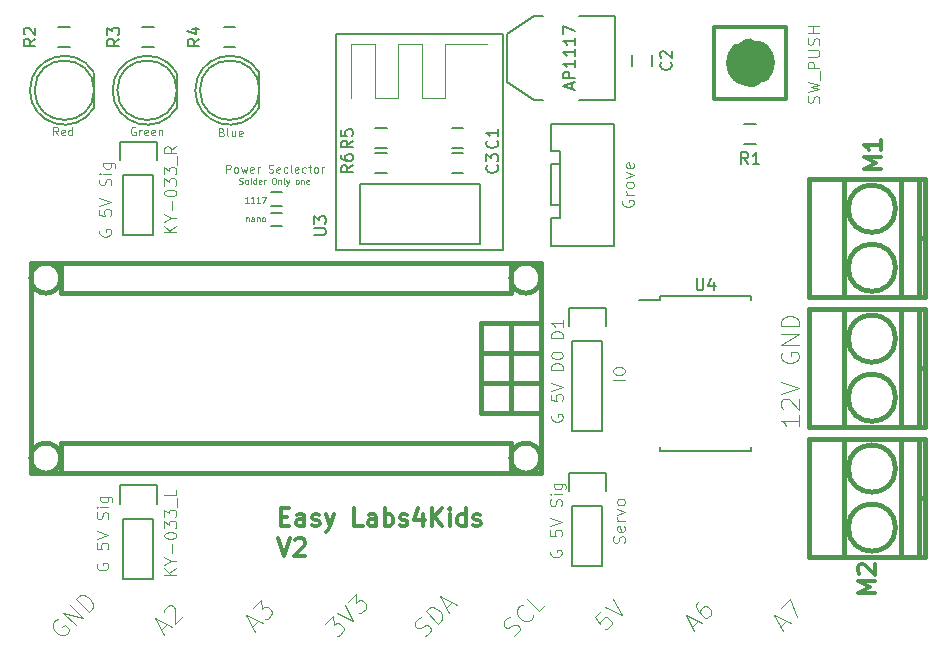
<source format=gto>
G04 #@! TF.FileFunction,Legend,Top*
%FSLAX46Y46*%
G04 Gerber Fmt 4.6, Leading zero omitted, Abs format (unit mm)*
G04 Created by KiCad (PCBNEW 4.0.7) date 09/18/17 08:38:16*
%MOMM*%
%LPD*%
G01*
G04 APERTURE LIST*
%ADD10C,0.100000*%
%ADD11C,0.300000*%
%ADD12C,0.080000*%
%ADD13C,0.381000*%
%ADD14C,0.150000*%
%ADD15C,0.304800*%
%ADD16C,2.540000*%
%ADD17C,0.152400*%
G04 APERTURE END LIST*
D10*
D11*
X130657143Y-103517857D02*
X131157143Y-103517857D01*
X131371429Y-104303571D02*
X130657143Y-104303571D01*
X130657143Y-102803571D01*
X131371429Y-102803571D01*
X132657143Y-104303571D02*
X132657143Y-103517857D01*
X132585714Y-103375000D01*
X132442857Y-103303571D01*
X132157143Y-103303571D01*
X132014286Y-103375000D01*
X132657143Y-104232143D02*
X132514286Y-104303571D01*
X132157143Y-104303571D01*
X132014286Y-104232143D01*
X131942857Y-104089286D01*
X131942857Y-103946429D01*
X132014286Y-103803571D01*
X132157143Y-103732143D01*
X132514286Y-103732143D01*
X132657143Y-103660714D01*
X133300000Y-104232143D02*
X133442857Y-104303571D01*
X133728572Y-104303571D01*
X133871429Y-104232143D01*
X133942857Y-104089286D01*
X133942857Y-104017857D01*
X133871429Y-103875000D01*
X133728572Y-103803571D01*
X133514286Y-103803571D01*
X133371429Y-103732143D01*
X133300000Y-103589286D01*
X133300000Y-103517857D01*
X133371429Y-103375000D01*
X133514286Y-103303571D01*
X133728572Y-103303571D01*
X133871429Y-103375000D01*
X134442858Y-103303571D02*
X134800001Y-104303571D01*
X135157143Y-103303571D02*
X134800001Y-104303571D01*
X134657143Y-104660714D01*
X134585715Y-104732143D01*
X134442858Y-104803571D01*
X137585715Y-104303571D02*
X136871429Y-104303571D01*
X136871429Y-102803571D01*
X138728572Y-104303571D02*
X138728572Y-103517857D01*
X138657143Y-103375000D01*
X138514286Y-103303571D01*
X138228572Y-103303571D01*
X138085715Y-103375000D01*
X138728572Y-104232143D02*
X138585715Y-104303571D01*
X138228572Y-104303571D01*
X138085715Y-104232143D01*
X138014286Y-104089286D01*
X138014286Y-103946429D01*
X138085715Y-103803571D01*
X138228572Y-103732143D01*
X138585715Y-103732143D01*
X138728572Y-103660714D01*
X139442858Y-104303571D02*
X139442858Y-102803571D01*
X139442858Y-103375000D02*
X139585715Y-103303571D01*
X139871429Y-103303571D01*
X140014286Y-103375000D01*
X140085715Y-103446429D01*
X140157144Y-103589286D01*
X140157144Y-104017857D01*
X140085715Y-104160714D01*
X140014286Y-104232143D01*
X139871429Y-104303571D01*
X139585715Y-104303571D01*
X139442858Y-104232143D01*
X140728572Y-104232143D02*
X140871429Y-104303571D01*
X141157144Y-104303571D01*
X141300001Y-104232143D01*
X141371429Y-104089286D01*
X141371429Y-104017857D01*
X141300001Y-103875000D01*
X141157144Y-103803571D01*
X140942858Y-103803571D01*
X140800001Y-103732143D01*
X140728572Y-103589286D01*
X140728572Y-103517857D01*
X140800001Y-103375000D01*
X140942858Y-103303571D01*
X141157144Y-103303571D01*
X141300001Y-103375000D01*
X142657144Y-103303571D02*
X142657144Y-104303571D01*
X142300001Y-102732143D02*
X141942858Y-103803571D01*
X142871430Y-103803571D01*
X143442858Y-104303571D02*
X143442858Y-102803571D01*
X144300001Y-104303571D02*
X143657144Y-103446429D01*
X144300001Y-102803571D02*
X143442858Y-103660714D01*
X144942858Y-104303571D02*
X144942858Y-103303571D01*
X144942858Y-102803571D02*
X144871429Y-102875000D01*
X144942858Y-102946429D01*
X145014286Y-102875000D01*
X144942858Y-102803571D01*
X144942858Y-102946429D01*
X146300001Y-104303571D02*
X146300001Y-102803571D01*
X146300001Y-104232143D02*
X146157144Y-104303571D01*
X145871430Y-104303571D01*
X145728572Y-104232143D01*
X145657144Y-104160714D01*
X145585715Y-104017857D01*
X145585715Y-103589286D01*
X145657144Y-103446429D01*
X145728572Y-103375000D01*
X145871430Y-103303571D01*
X146157144Y-103303571D01*
X146300001Y-103375000D01*
X146942858Y-104232143D02*
X147085715Y-104303571D01*
X147371430Y-104303571D01*
X147514287Y-104232143D01*
X147585715Y-104089286D01*
X147585715Y-104017857D01*
X147514287Y-103875000D01*
X147371430Y-103803571D01*
X147157144Y-103803571D01*
X147014287Y-103732143D01*
X146942858Y-103589286D01*
X146942858Y-103517857D01*
X147014287Y-103375000D01*
X147157144Y-103303571D01*
X147371430Y-103303571D01*
X147514287Y-103375000D01*
X130442857Y-105353571D02*
X130942857Y-106853571D01*
X131442857Y-105353571D01*
X131871428Y-105496429D02*
X131942857Y-105425000D01*
X132085714Y-105353571D01*
X132442857Y-105353571D01*
X132585714Y-105425000D01*
X132657143Y-105496429D01*
X132728571Y-105639286D01*
X132728571Y-105782143D01*
X132657143Y-105996429D01*
X131800000Y-106853571D01*
X132728571Y-106853571D01*
D10*
X174528571Y-94935714D02*
X174528571Y-95792857D01*
X174528571Y-95364285D02*
X173028571Y-95364285D01*
X173242857Y-95507142D01*
X173385714Y-95650000D01*
X173457143Y-95792857D01*
X173171429Y-94364286D02*
X173100000Y-94292857D01*
X173028571Y-94150000D01*
X173028571Y-93792857D01*
X173100000Y-93650000D01*
X173171429Y-93578571D01*
X173314286Y-93507143D01*
X173457143Y-93507143D01*
X173671429Y-93578571D01*
X174528571Y-94435714D01*
X174528571Y-93507143D01*
X173028571Y-93078572D02*
X174528571Y-92578572D01*
X173028571Y-92078572D01*
X173100000Y-89650001D02*
X173028571Y-89792858D01*
X173028571Y-90007144D01*
X173100000Y-90221429D01*
X173242857Y-90364287D01*
X173385714Y-90435715D01*
X173671429Y-90507144D01*
X173885714Y-90507144D01*
X174171429Y-90435715D01*
X174314286Y-90364287D01*
X174457143Y-90221429D01*
X174528571Y-90007144D01*
X174528571Y-89864287D01*
X174457143Y-89650001D01*
X174385714Y-89578572D01*
X173885714Y-89578572D01*
X173885714Y-89864287D01*
X174528571Y-88935715D02*
X173028571Y-88935715D01*
X174528571Y-88078572D01*
X173028571Y-88078572D01*
X174528571Y-87364286D02*
X173028571Y-87364286D01*
X173028571Y-87007143D01*
X173100000Y-86792858D01*
X173242857Y-86650000D01*
X173385714Y-86578572D01*
X173671429Y-86507143D01*
X173885714Y-86507143D01*
X174171429Y-86578572D01*
X174314286Y-86650000D01*
X174457143Y-86792858D01*
X174528571Y-87007143D01*
X174528571Y-87364286D01*
X126020001Y-74396667D02*
X126020001Y-73696667D01*
X126286667Y-73696667D01*
X126353334Y-73730000D01*
X126386667Y-73763333D01*
X126420001Y-73830000D01*
X126420001Y-73930000D01*
X126386667Y-73996667D01*
X126353334Y-74030000D01*
X126286667Y-74063333D01*
X126020001Y-74063333D01*
X126820001Y-74396667D02*
X126753334Y-74363333D01*
X126720001Y-74330000D01*
X126686667Y-74263333D01*
X126686667Y-74063333D01*
X126720001Y-73996667D01*
X126753334Y-73963333D01*
X126820001Y-73930000D01*
X126920001Y-73930000D01*
X126986667Y-73963333D01*
X127020001Y-73996667D01*
X127053334Y-74063333D01*
X127053334Y-74263333D01*
X127020001Y-74330000D01*
X126986667Y-74363333D01*
X126920001Y-74396667D01*
X126820001Y-74396667D01*
X127286667Y-73930000D02*
X127420000Y-74396667D01*
X127553334Y-74063333D01*
X127686667Y-74396667D01*
X127820000Y-73930000D01*
X128353333Y-74363333D02*
X128286667Y-74396667D01*
X128153333Y-74396667D01*
X128086667Y-74363333D01*
X128053333Y-74296667D01*
X128053333Y-74030000D01*
X128086667Y-73963333D01*
X128153333Y-73930000D01*
X128286667Y-73930000D01*
X128353333Y-73963333D01*
X128386667Y-74030000D01*
X128386667Y-74096667D01*
X128053333Y-74163333D01*
X128686667Y-74396667D02*
X128686667Y-73930000D01*
X128686667Y-74063333D02*
X128720000Y-73996667D01*
X128753333Y-73963333D01*
X128820000Y-73930000D01*
X128886667Y-73930000D01*
X129619999Y-74363333D02*
X129719999Y-74396667D01*
X129886666Y-74396667D01*
X129953333Y-74363333D01*
X129986666Y-74330000D01*
X130019999Y-74263333D01*
X130019999Y-74196667D01*
X129986666Y-74130000D01*
X129953333Y-74096667D01*
X129886666Y-74063333D01*
X129753333Y-74030000D01*
X129686666Y-73996667D01*
X129653333Y-73963333D01*
X129619999Y-73896667D01*
X129619999Y-73830000D01*
X129653333Y-73763333D01*
X129686666Y-73730000D01*
X129753333Y-73696667D01*
X129919999Y-73696667D01*
X130019999Y-73730000D01*
X130586666Y-74363333D02*
X130520000Y-74396667D01*
X130386666Y-74396667D01*
X130320000Y-74363333D01*
X130286666Y-74296667D01*
X130286666Y-74030000D01*
X130320000Y-73963333D01*
X130386666Y-73930000D01*
X130520000Y-73930000D01*
X130586666Y-73963333D01*
X130620000Y-74030000D01*
X130620000Y-74096667D01*
X130286666Y-74163333D01*
X131220000Y-74363333D02*
X131153333Y-74396667D01*
X131020000Y-74396667D01*
X130953333Y-74363333D01*
X130920000Y-74330000D01*
X130886666Y-74263333D01*
X130886666Y-74063333D01*
X130920000Y-73996667D01*
X130953333Y-73963333D01*
X131020000Y-73930000D01*
X131153333Y-73930000D01*
X131220000Y-73963333D01*
X131620000Y-74396667D02*
X131553333Y-74363333D01*
X131520000Y-74296667D01*
X131520000Y-73696667D01*
X132153333Y-74363333D02*
X132086667Y-74396667D01*
X131953333Y-74396667D01*
X131886667Y-74363333D01*
X131853333Y-74296667D01*
X131853333Y-74030000D01*
X131886667Y-73963333D01*
X131953333Y-73930000D01*
X132086667Y-73930000D01*
X132153333Y-73963333D01*
X132186667Y-74030000D01*
X132186667Y-74096667D01*
X131853333Y-74163333D01*
X132786667Y-74363333D02*
X132720000Y-74396667D01*
X132586667Y-74396667D01*
X132520000Y-74363333D01*
X132486667Y-74330000D01*
X132453333Y-74263333D01*
X132453333Y-74063333D01*
X132486667Y-73996667D01*
X132520000Y-73963333D01*
X132586667Y-73930000D01*
X132720000Y-73930000D01*
X132786667Y-73963333D01*
X132986667Y-73930000D02*
X133253333Y-73930000D01*
X133086667Y-73696667D02*
X133086667Y-74296667D01*
X133120000Y-74363333D01*
X133186667Y-74396667D01*
X133253333Y-74396667D01*
X133586667Y-74396667D02*
X133520000Y-74363333D01*
X133486667Y-74330000D01*
X133453333Y-74263333D01*
X133453333Y-74063333D01*
X133486667Y-73996667D01*
X133520000Y-73963333D01*
X133586667Y-73930000D01*
X133686667Y-73930000D01*
X133753333Y-73963333D01*
X133786667Y-73996667D01*
X133820000Y-74063333D01*
X133820000Y-74263333D01*
X133786667Y-74330000D01*
X133753333Y-74363333D01*
X133686667Y-74396667D01*
X133586667Y-74396667D01*
X134120000Y-74396667D02*
X134120000Y-73930000D01*
X134120000Y-74063333D02*
X134153333Y-73996667D01*
X134186666Y-73963333D01*
X134253333Y-73930000D01*
X134320000Y-73930000D01*
X150386624Y-113572005D02*
X150588655Y-113470990D01*
X150841193Y-113218451D01*
X150891701Y-113066929D01*
X150891701Y-112965913D01*
X150841193Y-112814391D01*
X150740178Y-112713376D01*
X150588655Y-112662868D01*
X150487640Y-112662868D01*
X150336117Y-112713376D01*
X150083579Y-112864898D01*
X149932056Y-112915407D01*
X149831041Y-112915406D01*
X149679518Y-112864899D01*
X149578503Y-112763883D01*
X149527995Y-112612360D01*
X149527995Y-112511345D01*
X149578503Y-112359821D01*
X149831040Y-112107284D01*
X150033071Y-112006269D01*
X152002868Y-111854746D02*
X152002868Y-111955762D01*
X151901852Y-112157792D01*
X151800837Y-112258807D01*
X151598808Y-112359822D01*
X151396777Y-112359823D01*
X151245254Y-112309315D01*
X150992715Y-112157792D01*
X150841193Y-112006269D01*
X150689670Y-111753731D01*
X150639162Y-111602208D01*
X150639163Y-111400177D01*
X150740177Y-111198147D01*
X150841192Y-111097132D01*
X151043223Y-110996117D01*
X151144239Y-110996117D01*
X153063528Y-110996116D02*
X152558452Y-111501192D01*
X151497792Y-110440532D01*
X142861371Y-113597259D02*
X143063401Y-113496243D01*
X143315939Y-113243705D01*
X143366447Y-113092183D01*
X143366447Y-112991167D01*
X143315939Y-112839644D01*
X143214924Y-112738629D01*
X143063402Y-112688121D01*
X142962386Y-112688121D01*
X142810864Y-112738629D01*
X142558325Y-112890152D01*
X142406802Y-112940660D01*
X142305787Y-112940659D01*
X142154264Y-112890152D01*
X142053249Y-112789137D01*
X142002742Y-112637614D01*
X142002741Y-112536599D01*
X142053249Y-112385075D01*
X142305786Y-112132538D01*
X142507817Y-112031522D01*
X143972538Y-112587106D02*
X142911878Y-111526446D01*
X143164416Y-111273908D01*
X143366447Y-111172893D01*
X143568478Y-111172893D01*
X143720000Y-111223400D01*
X143972539Y-111374924D01*
X144124061Y-111526446D01*
X144275584Y-111778985D01*
X144326092Y-111930507D01*
X144326092Y-112132538D01*
X144225076Y-112334568D01*
X143972538Y-112587106D01*
X144679645Y-111273908D02*
X145184721Y-110768832D01*
X144881675Y-111677969D02*
X144174569Y-110263755D01*
X145588782Y-110970862D01*
D12*
X127147620Y-75302381D02*
X127219049Y-75326190D01*
X127338096Y-75326190D01*
X127385715Y-75302381D01*
X127409525Y-75278571D01*
X127433334Y-75230952D01*
X127433334Y-75183333D01*
X127409525Y-75135714D01*
X127385715Y-75111905D01*
X127338096Y-75088095D01*
X127242858Y-75064286D01*
X127195239Y-75040476D01*
X127171430Y-75016667D01*
X127147620Y-74969048D01*
X127147620Y-74921429D01*
X127171430Y-74873810D01*
X127195239Y-74850000D01*
X127242858Y-74826190D01*
X127361906Y-74826190D01*
X127433334Y-74850000D01*
X127719048Y-75326190D02*
X127671429Y-75302381D01*
X127647620Y-75278571D01*
X127623810Y-75230952D01*
X127623810Y-75088095D01*
X127647620Y-75040476D01*
X127671429Y-75016667D01*
X127719048Y-74992857D01*
X127790477Y-74992857D01*
X127838096Y-75016667D01*
X127861905Y-75040476D01*
X127885715Y-75088095D01*
X127885715Y-75230952D01*
X127861905Y-75278571D01*
X127838096Y-75302381D01*
X127790477Y-75326190D01*
X127719048Y-75326190D01*
X128171429Y-75326190D02*
X128123810Y-75302381D01*
X128100001Y-75254762D01*
X128100001Y-74826190D01*
X128576191Y-75326190D02*
X128576191Y-74826190D01*
X128576191Y-75302381D02*
X128528572Y-75326190D01*
X128433334Y-75326190D01*
X128385715Y-75302381D01*
X128361906Y-75278571D01*
X128338096Y-75230952D01*
X128338096Y-75088095D01*
X128361906Y-75040476D01*
X128385715Y-75016667D01*
X128433334Y-74992857D01*
X128528572Y-74992857D01*
X128576191Y-75016667D01*
X129004763Y-75302381D02*
X128957144Y-75326190D01*
X128861906Y-75326190D01*
X128814287Y-75302381D01*
X128790477Y-75254762D01*
X128790477Y-75064286D01*
X128814287Y-75016667D01*
X128861906Y-74992857D01*
X128957144Y-74992857D01*
X129004763Y-75016667D01*
X129028572Y-75064286D01*
X129028572Y-75111905D01*
X128790477Y-75159524D01*
X129242858Y-75326190D02*
X129242858Y-74992857D01*
X129242858Y-75088095D02*
X129266667Y-75040476D01*
X129290477Y-75016667D01*
X129338096Y-74992857D01*
X129385715Y-74992857D01*
X130028572Y-74826190D02*
X130123810Y-74826190D01*
X130171429Y-74850000D01*
X130219048Y-74897619D01*
X130242857Y-74992857D01*
X130242857Y-75159524D01*
X130219048Y-75254762D01*
X130171429Y-75302381D01*
X130123810Y-75326190D01*
X130028572Y-75326190D01*
X129980953Y-75302381D01*
X129933334Y-75254762D01*
X129909524Y-75159524D01*
X129909524Y-74992857D01*
X129933334Y-74897619D01*
X129980953Y-74850000D01*
X130028572Y-74826190D01*
X130457144Y-74992857D02*
X130457144Y-75326190D01*
X130457144Y-75040476D02*
X130480953Y-75016667D01*
X130528572Y-74992857D01*
X130600001Y-74992857D01*
X130647620Y-75016667D01*
X130671429Y-75064286D01*
X130671429Y-75326190D01*
X130980953Y-75326190D02*
X130933334Y-75302381D01*
X130909525Y-75254762D01*
X130909525Y-74826190D01*
X131123811Y-74992857D02*
X131242858Y-75326190D01*
X131361906Y-74992857D02*
X131242858Y-75326190D01*
X131195239Y-75445238D01*
X131171430Y-75469048D01*
X131123811Y-75492857D01*
X132004762Y-75326190D02*
X131957143Y-75302381D01*
X131933334Y-75278571D01*
X131909524Y-75230952D01*
X131909524Y-75088095D01*
X131933334Y-75040476D01*
X131957143Y-75016667D01*
X132004762Y-74992857D01*
X132076191Y-74992857D01*
X132123810Y-75016667D01*
X132147619Y-75040476D01*
X132171429Y-75088095D01*
X132171429Y-75230952D01*
X132147619Y-75278571D01*
X132123810Y-75302381D01*
X132076191Y-75326190D01*
X132004762Y-75326190D01*
X132385715Y-74992857D02*
X132385715Y-75326190D01*
X132385715Y-75040476D02*
X132409524Y-75016667D01*
X132457143Y-74992857D01*
X132528572Y-74992857D01*
X132576191Y-75016667D01*
X132600000Y-75064286D01*
X132600000Y-75326190D01*
X133028572Y-75302381D02*
X132980953Y-75326190D01*
X132885715Y-75326190D01*
X132838096Y-75302381D01*
X132814286Y-75254762D01*
X132814286Y-75064286D01*
X132838096Y-75016667D01*
X132885715Y-74992857D01*
X132980953Y-74992857D01*
X133028572Y-75016667D01*
X133052381Y-75064286D01*
X133052381Y-75111905D01*
X132814286Y-75159524D01*
D10*
X127948572Y-76906190D02*
X127662858Y-76906190D01*
X127805715Y-76906190D02*
X127805715Y-76406190D01*
X127758096Y-76477619D01*
X127710477Y-76525238D01*
X127662858Y-76549048D01*
X128424762Y-76906190D02*
X128139048Y-76906190D01*
X128281905Y-76906190D02*
X128281905Y-76406190D01*
X128234286Y-76477619D01*
X128186667Y-76525238D01*
X128139048Y-76549048D01*
X128900952Y-76906190D02*
X128615238Y-76906190D01*
X128758095Y-76906190D02*
X128758095Y-76406190D01*
X128710476Y-76477619D01*
X128662857Y-76525238D01*
X128615238Y-76549048D01*
X129067619Y-76406190D02*
X129400952Y-76406190D01*
X129186666Y-76906190D01*
X127734286Y-78172857D02*
X127734286Y-78506190D01*
X127734286Y-78220476D02*
X127758095Y-78196667D01*
X127805714Y-78172857D01*
X127877143Y-78172857D01*
X127924762Y-78196667D01*
X127948571Y-78244286D01*
X127948571Y-78506190D01*
X128400952Y-78506190D02*
X128400952Y-78244286D01*
X128377143Y-78196667D01*
X128329524Y-78172857D01*
X128234286Y-78172857D01*
X128186667Y-78196667D01*
X128400952Y-78482381D02*
X128353333Y-78506190D01*
X128234286Y-78506190D01*
X128186667Y-78482381D01*
X128162857Y-78434762D01*
X128162857Y-78387143D01*
X128186667Y-78339524D01*
X128234286Y-78315714D01*
X128353333Y-78315714D01*
X128400952Y-78291905D01*
X128639048Y-78172857D02*
X128639048Y-78506190D01*
X128639048Y-78220476D02*
X128662857Y-78196667D01*
X128710476Y-78172857D01*
X128781905Y-78172857D01*
X128829524Y-78196667D01*
X128853333Y-78244286D01*
X128853333Y-78506190D01*
X129162857Y-78506190D02*
X129115238Y-78482381D01*
X129091429Y-78458571D01*
X129067619Y-78410952D01*
X129067619Y-78268095D01*
X129091429Y-78220476D01*
X129115238Y-78196667D01*
X129162857Y-78172857D01*
X129234286Y-78172857D01*
X129281905Y-78196667D01*
X129305714Y-78220476D01*
X129329524Y-78268095D01*
X129329524Y-78410952D01*
X129305714Y-78458571D01*
X129281905Y-78482381D01*
X129234286Y-78506190D01*
X129162857Y-78506190D01*
X157737132Y-111501192D02*
X157232056Y-112006268D01*
X157686624Y-112561852D01*
X157686625Y-112460837D01*
X157737132Y-112309314D01*
X157989671Y-112056776D01*
X158141194Y-112006269D01*
X158242209Y-112006268D01*
X158393731Y-112056776D01*
X158646269Y-112309314D01*
X158696777Y-112460837D01*
X158696777Y-112561852D01*
X158646269Y-112713375D01*
X158393731Y-112965913D01*
X158242209Y-113016421D01*
X158141193Y-113016421D01*
X158090685Y-111147639D02*
X159504899Y-111854746D01*
X158797792Y-110440532D01*
X165439163Y-112814391D02*
X165944239Y-112309314D01*
X165641193Y-113218451D02*
X164934086Y-111804238D01*
X166348300Y-112511345D01*
X166095762Y-110642562D02*
X165893731Y-110844593D01*
X165843224Y-110996116D01*
X165843224Y-111097132D01*
X165893731Y-111349669D01*
X166045254Y-111602208D01*
X166449315Y-112006269D01*
X166600838Y-112056776D01*
X166701853Y-112056777D01*
X166853376Y-112006268D01*
X167055407Y-111804238D01*
X167105914Y-111652715D01*
X167105914Y-111551700D01*
X167055407Y-111400177D01*
X166802868Y-111147639D01*
X166651346Y-111097131D01*
X166550331Y-111097132D01*
X166398808Y-111147639D01*
X166196777Y-111349669D01*
X166146269Y-111501193D01*
X166146269Y-111602207D01*
X166196777Y-111753731D01*
X120539163Y-113114391D02*
X121044239Y-112609314D01*
X120741193Y-113518451D02*
X120034086Y-112104238D01*
X121448300Y-112811345D01*
X120791701Y-111548655D02*
X120791701Y-111447639D01*
X120842208Y-111296116D01*
X121094746Y-111043578D01*
X121246269Y-110993070D01*
X121347285Y-110993070D01*
X121498808Y-111043578D01*
X121599823Y-111144593D01*
X121700839Y-111346624D01*
X121700838Y-112558806D01*
X122357437Y-111902207D01*
X111761548Y-112177792D02*
X111610025Y-112228299D01*
X111458502Y-112379822D01*
X111357487Y-112581852D01*
X111357487Y-112783883D01*
X111407995Y-112935406D01*
X111559518Y-113187945D01*
X111711040Y-113339467D01*
X111963579Y-113490990D01*
X112115101Y-113541498D01*
X112317132Y-113541497D01*
X112519162Y-113440482D01*
X112620177Y-113339467D01*
X112721193Y-113137437D01*
X112721193Y-113036421D01*
X112367640Y-112682868D01*
X112165609Y-112884899D01*
X113276777Y-112682868D02*
X112216117Y-111622207D01*
X113882868Y-112076776D01*
X112822208Y-111016116D01*
X114387945Y-111571700D02*
X113327285Y-110511039D01*
X113579823Y-110258501D01*
X113781853Y-110157487D01*
X113983884Y-110157486D01*
X114135407Y-110207994D01*
X114387946Y-110359517D01*
X114539468Y-110511039D01*
X114690991Y-110763578D01*
X114741499Y-110915101D01*
X114741498Y-111117132D01*
X114640483Y-111319161D01*
X114387945Y-111571700D01*
X172939163Y-112814391D02*
X173444239Y-112309314D01*
X173141193Y-113218451D02*
X172434086Y-111804238D01*
X173848300Y-112511345D01*
X173040178Y-111198146D02*
X173747285Y-110491039D01*
X174353376Y-112006268D01*
X128239163Y-112834391D02*
X128744239Y-112329314D01*
X128441193Y-113238451D02*
X127734086Y-111824238D01*
X129148300Y-112531345D01*
X128340178Y-111218146D02*
X128996777Y-110561547D01*
X129047285Y-111319162D01*
X129198808Y-111167639D01*
X129350331Y-111117132D01*
X129451346Y-111117131D01*
X129602868Y-111167639D01*
X129855407Y-111420177D01*
X129905914Y-111571700D01*
X129905914Y-111672715D01*
X129855407Y-111824238D01*
X129552360Y-112127284D01*
X129400838Y-112177792D01*
X129299823Y-112177791D01*
X134425964Y-112612360D02*
X135082563Y-111955761D01*
X135133071Y-112713376D01*
X135284594Y-112561852D01*
X135436117Y-112511345D01*
X135537132Y-112511345D01*
X135688655Y-112561852D01*
X135941193Y-112814391D01*
X135991701Y-112965913D01*
X135991701Y-113066929D01*
X135941193Y-113218451D01*
X135638147Y-113521497D01*
X135486624Y-113572005D01*
X135385609Y-113572005D01*
X135385609Y-111652715D02*
X136799822Y-112359822D01*
X136092715Y-110945609D01*
X136345254Y-110693070D02*
X137001852Y-110036472D01*
X137052360Y-110794086D01*
X137203883Y-110642563D01*
X137355407Y-110592056D01*
X137456422Y-110592055D01*
X137607944Y-110642563D01*
X137860482Y-110895101D01*
X137910990Y-111046624D01*
X137910990Y-111147640D01*
X137860482Y-111299162D01*
X137557436Y-111602208D01*
X137405914Y-111652716D01*
X137304899Y-111652715D01*
X153600000Y-94888095D02*
X153552381Y-94983333D01*
X153552381Y-95126190D01*
X153600000Y-95269048D01*
X153695238Y-95364286D01*
X153790476Y-95411905D01*
X153980952Y-95459524D01*
X154123810Y-95459524D01*
X154314286Y-95411905D01*
X154409524Y-95364286D01*
X154504762Y-95269048D01*
X154552381Y-95126190D01*
X154552381Y-95030952D01*
X154504762Y-94888095D01*
X154457143Y-94840476D01*
X154123810Y-94840476D01*
X154123810Y-95030952D01*
X153552381Y-93173809D02*
X153552381Y-93650000D01*
X154028571Y-93697619D01*
X153980952Y-93650000D01*
X153933333Y-93554762D01*
X153933333Y-93316666D01*
X153980952Y-93221428D01*
X154028571Y-93173809D01*
X154123810Y-93126190D01*
X154361905Y-93126190D01*
X154457143Y-93173809D01*
X154504762Y-93221428D01*
X154552381Y-93316666D01*
X154552381Y-93554762D01*
X154504762Y-93650000D01*
X154457143Y-93697619D01*
X153552381Y-92840476D02*
X154552381Y-92507143D01*
X153552381Y-92173809D01*
X154552381Y-91078571D02*
X153552381Y-91078571D01*
X153552381Y-90840476D01*
X153600000Y-90697618D01*
X153695238Y-90602380D01*
X153790476Y-90554761D01*
X153980952Y-90507142D01*
X154123810Y-90507142D01*
X154314286Y-90554761D01*
X154409524Y-90602380D01*
X154504762Y-90697618D01*
X154552381Y-90840476D01*
X154552381Y-91078571D01*
X153552381Y-89888095D02*
X153552381Y-89792856D01*
X153600000Y-89697618D01*
X153647619Y-89649999D01*
X153742857Y-89602380D01*
X153933333Y-89554761D01*
X154171429Y-89554761D01*
X154361905Y-89602380D01*
X154457143Y-89649999D01*
X154504762Y-89697618D01*
X154552381Y-89792856D01*
X154552381Y-89888095D01*
X154504762Y-89983333D01*
X154457143Y-90030952D01*
X154361905Y-90078571D01*
X154171429Y-90126190D01*
X153933333Y-90126190D01*
X153742857Y-90078571D01*
X153647619Y-90030952D01*
X153600000Y-89983333D01*
X153552381Y-89888095D01*
X154552381Y-88364285D02*
X153552381Y-88364285D01*
X153552381Y-88126190D01*
X153600000Y-87983332D01*
X153695238Y-87888094D01*
X153790476Y-87840475D01*
X153980952Y-87792856D01*
X154123810Y-87792856D01*
X154314286Y-87840475D01*
X154409524Y-87888094D01*
X154504762Y-87983332D01*
X154552381Y-88126190D01*
X154552381Y-88364285D01*
X154552381Y-86840475D02*
X154552381Y-87411904D01*
X154552381Y-87126190D02*
X153552381Y-87126190D01*
X153695238Y-87221428D01*
X153790476Y-87316666D01*
X153838095Y-87411904D01*
X153500000Y-106371428D02*
X153452381Y-106466666D01*
X153452381Y-106609523D01*
X153500000Y-106752381D01*
X153595238Y-106847619D01*
X153690476Y-106895238D01*
X153880952Y-106942857D01*
X154023810Y-106942857D01*
X154214286Y-106895238D01*
X154309524Y-106847619D01*
X154404762Y-106752381D01*
X154452381Y-106609523D01*
X154452381Y-106514285D01*
X154404762Y-106371428D01*
X154357143Y-106323809D01*
X154023810Y-106323809D01*
X154023810Y-106514285D01*
X153452381Y-104657142D02*
X153452381Y-105133333D01*
X153928571Y-105180952D01*
X153880952Y-105133333D01*
X153833333Y-105038095D01*
X153833333Y-104799999D01*
X153880952Y-104704761D01*
X153928571Y-104657142D01*
X154023810Y-104609523D01*
X154261905Y-104609523D01*
X154357143Y-104657142D01*
X154404762Y-104704761D01*
X154452381Y-104799999D01*
X154452381Y-105038095D01*
X154404762Y-105133333D01*
X154357143Y-105180952D01*
X153452381Y-104323809D02*
X154452381Y-103990476D01*
X153452381Y-103657142D01*
X154404762Y-102609523D02*
X154452381Y-102466666D01*
X154452381Y-102228570D01*
X154404762Y-102133332D01*
X154357143Y-102085713D01*
X154261905Y-102038094D01*
X154166667Y-102038094D01*
X154071429Y-102085713D01*
X154023810Y-102133332D01*
X153976190Y-102228570D01*
X153928571Y-102419047D01*
X153880952Y-102514285D01*
X153833333Y-102561904D01*
X153738095Y-102609523D01*
X153642857Y-102609523D01*
X153547619Y-102561904D01*
X153500000Y-102514285D01*
X153452381Y-102419047D01*
X153452381Y-102180951D01*
X153500000Y-102038094D01*
X154452381Y-101609523D02*
X153785714Y-101609523D01*
X153452381Y-101609523D02*
X153500000Y-101657142D01*
X153547619Y-101609523D01*
X153500000Y-101561904D01*
X153452381Y-101609523D01*
X153547619Y-101609523D01*
X153785714Y-100704761D02*
X154595238Y-100704761D01*
X154690476Y-100752380D01*
X154738095Y-100799999D01*
X154785714Y-100895238D01*
X154785714Y-101038095D01*
X154738095Y-101133333D01*
X154404762Y-100704761D02*
X154452381Y-100799999D01*
X154452381Y-100990476D01*
X154404762Y-101085714D01*
X154357143Y-101133333D01*
X154261905Y-101180952D01*
X153976190Y-101180952D01*
X153880952Y-101133333D01*
X153833333Y-101085714D01*
X153785714Y-100990476D01*
X153785714Y-100799999D01*
X153833333Y-100704761D01*
X115100000Y-107471428D02*
X115052381Y-107566666D01*
X115052381Y-107709523D01*
X115100000Y-107852381D01*
X115195238Y-107947619D01*
X115290476Y-107995238D01*
X115480952Y-108042857D01*
X115623810Y-108042857D01*
X115814286Y-107995238D01*
X115909524Y-107947619D01*
X116004762Y-107852381D01*
X116052381Y-107709523D01*
X116052381Y-107614285D01*
X116004762Y-107471428D01*
X115957143Y-107423809D01*
X115623810Y-107423809D01*
X115623810Y-107614285D01*
X115052381Y-105757142D02*
X115052381Y-106233333D01*
X115528571Y-106280952D01*
X115480952Y-106233333D01*
X115433333Y-106138095D01*
X115433333Y-105899999D01*
X115480952Y-105804761D01*
X115528571Y-105757142D01*
X115623810Y-105709523D01*
X115861905Y-105709523D01*
X115957143Y-105757142D01*
X116004762Y-105804761D01*
X116052381Y-105899999D01*
X116052381Y-106138095D01*
X116004762Y-106233333D01*
X115957143Y-106280952D01*
X115052381Y-105423809D02*
X116052381Y-105090476D01*
X115052381Y-104757142D01*
X116004762Y-103709523D02*
X116052381Y-103566666D01*
X116052381Y-103328570D01*
X116004762Y-103233332D01*
X115957143Y-103185713D01*
X115861905Y-103138094D01*
X115766667Y-103138094D01*
X115671429Y-103185713D01*
X115623810Y-103233332D01*
X115576190Y-103328570D01*
X115528571Y-103519047D01*
X115480952Y-103614285D01*
X115433333Y-103661904D01*
X115338095Y-103709523D01*
X115242857Y-103709523D01*
X115147619Y-103661904D01*
X115100000Y-103614285D01*
X115052381Y-103519047D01*
X115052381Y-103280951D01*
X115100000Y-103138094D01*
X116052381Y-102709523D02*
X115385714Y-102709523D01*
X115052381Y-102709523D02*
X115100000Y-102757142D01*
X115147619Y-102709523D01*
X115100000Y-102661904D01*
X115052381Y-102709523D01*
X115147619Y-102709523D01*
X115385714Y-101804761D02*
X116195238Y-101804761D01*
X116290476Y-101852380D01*
X116338095Y-101899999D01*
X116385714Y-101995238D01*
X116385714Y-102138095D01*
X116338095Y-102233333D01*
X116004762Y-101804761D02*
X116052381Y-101899999D01*
X116052381Y-102090476D01*
X116004762Y-102185714D01*
X115957143Y-102233333D01*
X115861905Y-102280952D01*
X115576190Y-102280952D01*
X115480952Y-102233333D01*
X115433333Y-102185714D01*
X115385714Y-102090476D01*
X115385714Y-101899999D01*
X115433333Y-101804761D01*
X115350000Y-79221428D02*
X115302381Y-79316666D01*
X115302381Y-79459523D01*
X115350000Y-79602381D01*
X115445238Y-79697619D01*
X115540476Y-79745238D01*
X115730952Y-79792857D01*
X115873810Y-79792857D01*
X116064286Y-79745238D01*
X116159524Y-79697619D01*
X116254762Y-79602381D01*
X116302381Y-79459523D01*
X116302381Y-79364285D01*
X116254762Y-79221428D01*
X116207143Y-79173809D01*
X115873810Y-79173809D01*
X115873810Y-79364285D01*
X115302381Y-77507142D02*
X115302381Y-77983333D01*
X115778571Y-78030952D01*
X115730952Y-77983333D01*
X115683333Y-77888095D01*
X115683333Y-77649999D01*
X115730952Y-77554761D01*
X115778571Y-77507142D01*
X115873810Y-77459523D01*
X116111905Y-77459523D01*
X116207143Y-77507142D01*
X116254762Y-77554761D01*
X116302381Y-77649999D01*
X116302381Y-77888095D01*
X116254762Y-77983333D01*
X116207143Y-78030952D01*
X115302381Y-77173809D02*
X116302381Y-76840476D01*
X115302381Y-76507142D01*
X116254762Y-75459523D02*
X116302381Y-75316666D01*
X116302381Y-75078570D01*
X116254762Y-74983332D01*
X116207143Y-74935713D01*
X116111905Y-74888094D01*
X116016667Y-74888094D01*
X115921429Y-74935713D01*
X115873810Y-74983332D01*
X115826190Y-75078570D01*
X115778571Y-75269047D01*
X115730952Y-75364285D01*
X115683333Y-75411904D01*
X115588095Y-75459523D01*
X115492857Y-75459523D01*
X115397619Y-75411904D01*
X115350000Y-75364285D01*
X115302381Y-75269047D01*
X115302381Y-75030951D01*
X115350000Y-74888094D01*
X116302381Y-74459523D02*
X115635714Y-74459523D01*
X115302381Y-74459523D02*
X115350000Y-74507142D01*
X115397619Y-74459523D01*
X115350000Y-74411904D01*
X115302381Y-74459523D01*
X115397619Y-74459523D01*
X115635714Y-73554761D02*
X116445238Y-73554761D01*
X116540476Y-73602380D01*
X116588095Y-73649999D01*
X116635714Y-73745238D01*
X116635714Y-73888095D01*
X116588095Y-73983333D01*
X116254762Y-73554761D02*
X116302381Y-73649999D01*
X116302381Y-73840476D01*
X116254762Y-73935714D01*
X116207143Y-73983333D01*
X116111905Y-74030952D01*
X115826190Y-74030952D01*
X115730952Y-73983333D01*
X115683333Y-73935714D01*
X115635714Y-73840476D01*
X115635714Y-73649999D01*
X115683333Y-73554761D01*
D13*
X184700000Y-79930500D02*
X185200000Y-79930500D01*
X182700000Y-77430500D02*
G75*
G03X182700000Y-77430500I-2000000J0D01*
G01*
X182700000Y-82430500D02*
G75*
G03X182700000Y-82430500I-2000000J0D01*
G01*
X183200000Y-84930500D02*
X183200000Y-74930500D01*
X178300000Y-84930500D02*
X178300000Y-74930500D01*
X184700000Y-84930500D02*
X184700000Y-74930500D01*
X185200000Y-84930500D02*
X185200000Y-74930500D01*
X185200000Y-74930500D02*
X175400000Y-74930500D01*
X175400000Y-74930500D02*
X175400000Y-84930500D01*
X175400000Y-84930500D02*
X185200000Y-84930500D01*
D14*
X145120000Y-72330000D02*
X146120000Y-72330000D01*
X146120000Y-70630000D02*
X145120000Y-70630000D01*
X162070000Y-65380000D02*
X162070000Y-64380000D01*
X160370000Y-64380000D02*
X160370000Y-65380000D01*
X145120000Y-74430000D02*
X146120000Y-74430000D01*
X146120000Y-72730000D02*
X145120000Y-72730000D01*
X114814888Y-65875096D02*
G75*
G03X114830000Y-68900000I-2484888J-1524904D01*
G01*
X114830000Y-65900000D02*
X114830000Y-68900000D01*
X114847936Y-67400000D02*
G75*
G03X114847936Y-67400000I-2517936J0D01*
G01*
X121814888Y-65875096D02*
G75*
G03X121830000Y-68900000I-2484888J-1524904D01*
G01*
X121830000Y-65900000D02*
X121830000Y-68900000D01*
X121847936Y-67400000D02*
G75*
G03X121847936Y-67400000I-2517936J0D01*
G01*
X128814888Y-65875096D02*
G75*
G03X128830000Y-68900000I-2484888J-1524904D01*
G01*
X128830000Y-65900000D02*
X128830000Y-68900000D01*
X128847936Y-67400000D02*
G75*
G03X128847936Y-67400000I-2517936J0D01*
G01*
D13*
X147590500Y-92200500D02*
X152670500Y-92200500D01*
X147590500Y-89660500D02*
X152670500Y-89660500D01*
X150130500Y-94740500D02*
X150130500Y-87120500D01*
X152670500Y-94740500D02*
X147590500Y-94740500D01*
X147590500Y-94740500D02*
X147590500Y-87120500D01*
X147590500Y-87120500D02*
X152670500Y-87120500D01*
X109490500Y-99820500D02*
X152670500Y-99820500D01*
X152670500Y-82040500D02*
X109490500Y-82040500D01*
X152670500Y-82040500D02*
X152670500Y-99820500D01*
X109490500Y-82040500D02*
X109490500Y-99820500D01*
X152670500Y-98550500D02*
G75*
G03X152670500Y-98550500I-1270000J0D01*
G01*
X152670500Y-83310500D02*
G75*
G03X152670500Y-83310500I-1270000J0D01*
G01*
X112030500Y-98550500D02*
G75*
G03X112030500Y-98550500I-1270000J0D01*
G01*
X112030500Y-83310500D02*
G75*
G03X112030500Y-83310500I-1270000J0D01*
G01*
X112030500Y-97280500D02*
X150130500Y-97280500D01*
X150130500Y-84580500D02*
X112030500Y-84580500D01*
X112030500Y-82040500D02*
X112030500Y-84580500D01*
X112030500Y-97280500D02*
X112030500Y-99820500D01*
X150130500Y-99820500D02*
X150130500Y-97280500D01*
X150130500Y-82040500D02*
X150130500Y-84580500D01*
D14*
X155330000Y-102630000D02*
X155330000Y-107710000D01*
X155330000Y-107710000D02*
X157870000Y-107710000D01*
X157870000Y-107710000D02*
X157870000Y-102630000D01*
X158150000Y-99810000D02*
X158150000Y-101360000D01*
X157870000Y-102630000D02*
X155330000Y-102630000D01*
X155050000Y-101360000D02*
X155050000Y-99810000D01*
X155050000Y-99810000D02*
X158150000Y-99810000D01*
X155330000Y-88670000D02*
X155330000Y-96290000D01*
X157870000Y-88670000D02*
X157870000Y-96290000D01*
X158150000Y-85850000D02*
X158150000Y-87400000D01*
X155330000Y-96290000D02*
X157870000Y-96290000D01*
X157870000Y-88670000D02*
X155330000Y-88670000D01*
X155050000Y-87400000D02*
X155050000Y-85850000D01*
X155050000Y-85850000D02*
X158150000Y-85850000D01*
X158900000Y-73600000D02*
X158900000Y-72400000D01*
X154300000Y-73500000D02*
X154300000Y-72600000D01*
X153650000Y-72550000D02*
X154300000Y-72550000D01*
X154300000Y-73450000D02*
X154300000Y-78250000D01*
X153650000Y-80550000D02*
X153500000Y-80550000D01*
X153500000Y-80550000D02*
X153500000Y-80400000D01*
X153500000Y-78400000D02*
X153500000Y-78250000D01*
X158600000Y-80550000D02*
X158750000Y-80550000D01*
X158750000Y-80550000D02*
X158900000Y-80550000D01*
X158900000Y-80550000D02*
X158900000Y-75400000D01*
X158900000Y-70400000D02*
X158900000Y-72500000D01*
X153650000Y-72550000D02*
X153500000Y-72550000D01*
X153500000Y-72550000D02*
X153500000Y-72400000D01*
X153500000Y-70400000D02*
X153500000Y-70250000D01*
X153500000Y-70250000D02*
X153650000Y-70250000D01*
X158600000Y-70250000D02*
X158900000Y-70250000D01*
X158900000Y-70250000D02*
X158900000Y-70350000D01*
X158900000Y-70350000D02*
X158900000Y-70400000D01*
X154300000Y-73650000D02*
X153500000Y-73650000D01*
X153500000Y-73650000D02*
X153500000Y-77150000D01*
X153500000Y-77150000D02*
X154300000Y-77150000D01*
X158900000Y-73450000D02*
X158900000Y-75400000D01*
X153650000Y-70250000D02*
X158600000Y-70250000D01*
X153650000Y-80550000D02*
X158600000Y-80550000D01*
X153500000Y-78250000D02*
X154300000Y-78250000D01*
X153500000Y-70400000D02*
X153500000Y-72400000D01*
X153500000Y-78400000D02*
X153500000Y-80400000D01*
D13*
X184700000Y-101930500D02*
X185200000Y-101930500D01*
X182700000Y-99430500D02*
G75*
G03X182700000Y-99430500I-2000000J0D01*
G01*
X182700000Y-104430500D02*
G75*
G03X182700000Y-104430500I-2000000J0D01*
G01*
X183200000Y-106930500D02*
X183200000Y-96930500D01*
X178300000Y-106930500D02*
X178300000Y-96930500D01*
X184700000Y-106930500D02*
X184700000Y-96930500D01*
X185200000Y-106930500D02*
X185200000Y-96930500D01*
X185200000Y-96930500D02*
X175400000Y-96930500D01*
X175400000Y-96930500D02*
X175400000Y-106930500D01*
X175400000Y-106930500D02*
X185200000Y-106930500D01*
X184700000Y-90930500D02*
X185200000Y-90930500D01*
X182700000Y-88430500D02*
G75*
G03X182700000Y-88430500I-2000000J0D01*
G01*
X182700000Y-93430500D02*
G75*
G03X182700000Y-93430500I-2000000J0D01*
G01*
X183200000Y-95930500D02*
X183200000Y-85930500D01*
X178300000Y-95930500D02*
X178300000Y-85930500D01*
X184700000Y-95930500D02*
X184700000Y-85930500D01*
X185200000Y-95930500D02*
X185200000Y-85930500D01*
X185200000Y-85930500D02*
X175400000Y-85930500D01*
X175400000Y-85930500D02*
X175400000Y-95930500D01*
X175400000Y-95930500D02*
X185200000Y-95930500D01*
D14*
X169900000Y-71950000D02*
X170900000Y-71950000D01*
X170900000Y-70250000D02*
X169900000Y-70250000D01*
X112820000Y-62030000D02*
X111820000Y-62030000D01*
X111820000Y-63730000D02*
X112820000Y-63730000D01*
X119920000Y-62030000D02*
X118920000Y-62030000D01*
X118920000Y-63730000D02*
X119920000Y-63730000D01*
X126820000Y-62030000D02*
X125820000Y-62030000D01*
X125820000Y-63730000D02*
X126820000Y-63730000D01*
X139620000Y-70630000D02*
X138620000Y-70630000D01*
X138620000Y-72330000D02*
X139620000Y-72330000D01*
X139620000Y-72730000D02*
X138620000Y-72730000D01*
X138620000Y-74430000D02*
X139620000Y-74430000D01*
D15*
X167372000Y-68128000D02*
X167372000Y-62032000D01*
X167372000Y-62032000D02*
X173468000Y-62032000D01*
X173468000Y-62032000D02*
X173468000Y-68128000D01*
X173468000Y-68128000D02*
X167372000Y-68128000D01*
D16*
X171223219Y-65080000D02*
G75*
G03X171223219Y-65080000I-803219J0D01*
G01*
D14*
X117330000Y-103670000D02*
X117330000Y-108750000D01*
X117330000Y-108750000D02*
X119870000Y-108750000D01*
X119870000Y-108750000D02*
X119870000Y-103670000D01*
X120150000Y-100850000D02*
X120150000Y-102400000D01*
X119870000Y-103670000D02*
X117330000Y-103670000D01*
X117050000Y-102400000D02*
X117050000Y-100850000D01*
X117050000Y-100850000D02*
X120150000Y-100850000D01*
X117330000Y-74590000D02*
X117330000Y-79670000D01*
X117330000Y-79670000D02*
X119870000Y-79670000D01*
X119870000Y-79670000D02*
X119870000Y-74590000D01*
X120150000Y-71770000D02*
X120150000Y-73320000D01*
X119870000Y-74590000D02*
X117330000Y-74590000D01*
X117050000Y-73320000D02*
X117050000Y-71770000D01*
X117050000Y-71770000D02*
X120150000Y-71770000D01*
X155874000Y-68206000D02*
X158922000Y-68206000D01*
X158922000Y-68206000D02*
X158922000Y-61094000D01*
X158922000Y-61094000D02*
X155874000Y-61094000D01*
X152826000Y-68206000D02*
X152064000Y-68206000D01*
X152064000Y-68206000D02*
X149778000Y-66682000D01*
X149778000Y-66682000D02*
X149778000Y-62618000D01*
X149778000Y-62618000D02*
X152064000Y-61094000D01*
X152064000Y-61094000D02*
X152826000Y-61094000D01*
X129800000Y-77775000D02*
X130800000Y-77775000D01*
X130800000Y-78925000D02*
X129800000Y-78925000D01*
X129800000Y-76025000D02*
X130800000Y-76025000D01*
X130800000Y-77175000D02*
X129800000Y-77175000D01*
X149500000Y-80950000D02*
X135300000Y-80950000D01*
X149500000Y-80950000D02*
X149500000Y-62650000D01*
X149500000Y-62650000D02*
X135300000Y-62650000D01*
X135300000Y-62650000D02*
X135300000Y-80950000D01*
D10*
X136592000Y-68017400D02*
X136592000Y-63517400D01*
X136592000Y-63517400D02*
X138592000Y-63517400D01*
X138592000Y-63517400D02*
X138592000Y-68017400D01*
X138592000Y-68017400D02*
X140592000Y-68017400D01*
X140592000Y-68017400D02*
X140592000Y-63517400D01*
X140592000Y-63517400D02*
X142592000Y-63517400D01*
X142592000Y-63517400D02*
X142592000Y-68017400D01*
X142592000Y-68017400D02*
X144592000Y-68017400D01*
X144592000Y-68017400D02*
X144592000Y-63517400D01*
X144592000Y-63517400D02*
X148092000Y-63517400D01*
D17*
X137330000Y-77880000D02*
X137330000Y-80420000D01*
X137330000Y-80420000D02*
X139870000Y-80420000D01*
X139870000Y-80420000D02*
X147490000Y-80420000D01*
X147490000Y-80420000D02*
X147490000Y-75340000D01*
X147490000Y-75340000D02*
X137330000Y-75340000D01*
X137330000Y-75340000D02*
X137330000Y-77880000D01*
D14*
X162745000Y-84805000D02*
X162745000Y-85140000D01*
X170495000Y-84805000D02*
X170495000Y-85140000D01*
X170495000Y-97955000D02*
X170495000Y-97620000D01*
X162745000Y-97955000D02*
X162745000Y-97620000D01*
X162745000Y-84805000D02*
X170495000Y-84805000D01*
X162745000Y-97955000D02*
X170495000Y-97955000D01*
X162745000Y-85140000D02*
X160945000Y-85140000D01*
D11*
X181498571Y-74094285D02*
X179998571Y-74094285D01*
X181070000Y-73594285D01*
X179998571Y-73094285D01*
X181498571Y-73094285D01*
X181498571Y-71594285D02*
X181498571Y-72451428D01*
X181498571Y-72022856D02*
X179998571Y-72022856D01*
X180212857Y-72165713D01*
X180355714Y-72308571D01*
X180427143Y-72451428D01*
D14*
X148957143Y-71666666D02*
X149004762Y-71714285D01*
X149052381Y-71857142D01*
X149052381Y-71952380D01*
X149004762Y-72095238D01*
X148909524Y-72190476D01*
X148814286Y-72238095D01*
X148623810Y-72285714D01*
X148480952Y-72285714D01*
X148290476Y-72238095D01*
X148195238Y-72190476D01*
X148100000Y-72095238D01*
X148052381Y-71952380D01*
X148052381Y-71857142D01*
X148100000Y-71714285D01*
X148147619Y-71666666D01*
X149052381Y-70714285D02*
X149052381Y-71285714D01*
X149052381Y-71000000D02*
X148052381Y-71000000D01*
X148195238Y-71095238D01*
X148290476Y-71190476D01*
X148338095Y-71285714D01*
X163677143Y-65046666D02*
X163724762Y-65094285D01*
X163772381Y-65237142D01*
X163772381Y-65332380D01*
X163724762Y-65475238D01*
X163629524Y-65570476D01*
X163534286Y-65618095D01*
X163343810Y-65665714D01*
X163200952Y-65665714D01*
X163010476Y-65618095D01*
X162915238Y-65570476D01*
X162820000Y-65475238D01*
X162772381Y-65332380D01*
X162772381Y-65237142D01*
X162820000Y-65094285D01*
X162867619Y-65046666D01*
X162867619Y-64665714D02*
X162820000Y-64618095D01*
X162772381Y-64522857D01*
X162772381Y-64284761D01*
X162820000Y-64189523D01*
X162867619Y-64141904D01*
X162962857Y-64094285D01*
X163058095Y-64094285D01*
X163200952Y-64141904D01*
X163772381Y-64713333D01*
X163772381Y-64094285D01*
X148957143Y-73766666D02*
X149004762Y-73814285D01*
X149052381Y-73957142D01*
X149052381Y-74052380D01*
X149004762Y-74195238D01*
X148909524Y-74290476D01*
X148814286Y-74338095D01*
X148623810Y-74385714D01*
X148480952Y-74385714D01*
X148290476Y-74338095D01*
X148195238Y-74290476D01*
X148100000Y-74195238D01*
X148052381Y-74052380D01*
X148052381Y-73957142D01*
X148100000Y-73814285D01*
X148147619Y-73766666D01*
X148052381Y-73433333D02*
X148052381Y-72814285D01*
X148433333Y-73147619D01*
X148433333Y-73004761D01*
X148480952Y-72909523D01*
X148528571Y-72861904D01*
X148623810Y-72814285D01*
X148861905Y-72814285D01*
X148957143Y-72861904D01*
X149004762Y-72909523D01*
X149052381Y-73004761D01*
X149052381Y-73290476D01*
X149004762Y-73385714D01*
X148957143Y-73433333D01*
D10*
X111800001Y-71216667D02*
X111566667Y-70883333D01*
X111400001Y-71216667D02*
X111400001Y-70516667D01*
X111666667Y-70516667D01*
X111733334Y-70550000D01*
X111766667Y-70583333D01*
X111800001Y-70650000D01*
X111800001Y-70750000D01*
X111766667Y-70816667D01*
X111733334Y-70850000D01*
X111666667Y-70883333D01*
X111400001Y-70883333D01*
X112366667Y-71183333D02*
X112300001Y-71216667D01*
X112166667Y-71216667D01*
X112100001Y-71183333D01*
X112066667Y-71116667D01*
X112066667Y-70850000D01*
X112100001Y-70783333D01*
X112166667Y-70750000D01*
X112300001Y-70750000D01*
X112366667Y-70783333D01*
X112400001Y-70850000D01*
X112400001Y-70916667D01*
X112066667Y-70983333D01*
X113000001Y-71216667D02*
X113000001Y-70516667D01*
X113000001Y-71183333D02*
X112933334Y-71216667D01*
X112800001Y-71216667D01*
X112733334Y-71183333D01*
X112700001Y-71150000D01*
X112666667Y-71083333D01*
X112666667Y-70883333D01*
X112700001Y-70816667D01*
X112733334Y-70783333D01*
X112800001Y-70750000D01*
X112933334Y-70750000D01*
X113000001Y-70783333D01*
X118350000Y-70550000D02*
X118283334Y-70516667D01*
X118183334Y-70516667D01*
X118083334Y-70550000D01*
X118016667Y-70616667D01*
X117983334Y-70683333D01*
X117950000Y-70816667D01*
X117950000Y-70916667D01*
X117983334Y-71050000D01*
X118016667Y-71116667D01*
X118083334Y-71183333D01*
X118183334Y-71216667D01*
X118250000Y-71216667D01*
X118350000Y-71183333D01*
X118383334Y-71150000D01*
X118383334Y-70916667D01*
X118250000Y-70916667D01*
X118683334Y-71216667D02*
X118683334Y-70750000D01*
X118683334Y-70883333D02*
X118716667Y-70816667D01*
X118750000Y-70783333D01*
X118816667Y-70750000D01*
X118883334Y-70750000D01*
X119383333Y-71183333D02*
X119316667Y-71216667D01*
X119183333Y-71216667D01*
X119116667Y-71183333D01*
X119083333Y-71116667D01*
X119083333Y-70850000D01*
X119116667Y-70783333D01*
X119183333Y-70750000D01*
X119316667Y-70750000D01*
X119383333Y-70783333D01*
X119416667Y-70850000D01*
X119416667Y-70916667D01*
X119083333Y-70983333D01*
X119983333Y-71183333D02*
X119916667Y-71216667D01*
X119783333Y-71216667D01*
X119716667Y-71183333D01*
X119683333Y-71116667D01*
X119683333Y-70850000D01*
X119716667Y-70783333D01*
X119783333Y-70750000D01*
X119916667Y-70750000D01*
X119983333Y-70783333D01*
X120016667Y-70850000D01*
X120016667Y-70916667D01*
X119683333Y-70983333D01*
X120316667Y-70750000D02*
X120316667Y-71216667D01*
X120316667Y-70816667D02*
X120350000Y-70783333D01*
X120416667Y-70750000D01*
X120516667Y-70750000D01*
X120583333Y-70783333D01*
X120616667Y-70850000D01*
X120616667Y-71216667D01*
X125650000Y-70950000D02*
X125750000Y-70983333D01*
X125783333Y-71016667D01*
X125816667Y-71083333D01*
X125816667Y-71183333D01*
X125783333Y-71250000D01*
X125750000Y-71283333D01*
X125683333Y-71316667D01*
X125416667Y-71316667D01*
X125416667Y-70616667D01*
X125650000Y-70616667D01*
X125716667Y-70650000D01*
X125750000Y-70683333D01*
X125783333Y-70750000D01*
X125783333Y-70816667D01*
X125750000Y-70883333D01*
X125716667Y-70916667D01*
X125650000Y-70950000D01*
X125416667Y-70950000D01*
X126216667Y-71316667D02*
X126150000Y-71283333D01*
X126116667Y-71216667D01*
X126116667Y-70616667D01*
X126783334Y-70850000D02*
X126783334Y-71316667D01*
X126483334Y-70850000D02*
X126483334Y-71216667D01*
X126516667Y-71283333D01*
X126583334Y-71316667D01*
X126683334Y-71316667D01*
X126750000Y-71283333D01*
X126783334Y-71250000D01*
X127383333Y-71283333D02*
X127316667Y-71316667D01*
X127183333Y-71316667D01*
X127116667Y-71283333D01*
X127083333Y-71216667D01*
X127083333Y-70950000D01*
X127116667Y-70883333D01*
X127183333Y-70850000D01*
X127316667Y-70850000D01*
X127383333Y-70883333D01*
X127416667Y-70950000D01*
X127416667Y-71016667D01*
X127083333Y-71083333D01*
X159754762Y-105717143D02*
X159802381Y-105574286D01*
X159802381Y-105336190D01*
X159754762Y-105240952D01*
X159707143Y-105193333D01*
X159611905Y-105145714D01*
X159516667Y-105145714D01*
X159421429Y-105193333D01*
X159373810Y-105240952D01*
X159326190Y-105336190D01*
X159278571Y-105526667D01*
X159230952Y-105621905D01*
X159183333Y-105669524D01*
X159088095Y-105717143D01*
X158992857Y-105717143D01*
X158897619Y-105669524D01*
X158850000Y-105621905D01*
X158802381Y-105526667D01*
X158802381Y-105288571D01*
X158850000Y-105145714D01*
X159754762Y-104336190D02*
X159802381Y-104431428D01*
X159802381Y-104621905D01*
X159754762Y-104717143D01*
X159659524Y-104764762D01*
X159278571Y-104764762D01*
X159183333Y-104717143D01*
X159135714Y-104621905D01*
X159135714Y-104431428D01*
X159183333Y-104336190D01*
X159278571Y-104288571D01*
X159373810Y-104288571D01*
X159469048Y-104764762D01*
X159802381Y-103860000D02*
X159135714Y-103860000D01*
X159326190Y-103860000D02*
X159230952Y-103812381D01*
X159183333Y-103764762D01*
X159135714Y-103669524D01*
X159135714Y-103574285D01*
X159135714Y-103336190D02*
X159802381Y-103098095D01*
X159135714Y-102859999D01*
X159802381Y-102336190D02*
X159754762Y-102431428D01*
X159707143Y-102479047D01*
X159611905Y-102526666D01*
X159326190Y-102526666D01*
X159230952Y-102479047D01*
X159183333Y-102431428D01*
X159135714Y-102336190D01*
X159135714Y-102193332D01*
X159183333Y-102098094D01*
X159230952Y-102050475D01*
X159326190Y-102002856D01*
X159611905Y-102002856D01*
X159707143Y-102050475D01*
X159754762Y-102098094D01*
X159802381Y-102193332D01*
X159802381Y-102336190D01*
X159802381Y-91923809D02*
X158802381Y-91923809D01*
X158802381Y-91257143D02*
X158802381Y-91066666D01*
X158850000Y-90971428D01*
X158945238Y-90876190D01*
X159135714Y-90828571D01*
X159469048Y-90828571D01*
X159659524Y-90876190D01*
X159754762Y-90971428D01*
X159802381Y-91066666D01*
X159802381Y-91257143D01*
X159754762Y-91352381D01*
X159659524Y-91447619D01*
X159469048Y-91495238D01*
X159135714Y-91495238D01*
X158945238Y-91447619D01*
X158850000Y-91352381D01*
X158802381Y-91257143D01*
X159600000Y-76709524D02*
X159552381Y-76804762D01*
X159552381Y-76947619D01*
X159600000Y-77090477D01*
X159695238Y-77185715D01*
X159790476Y-77233334D01*
X159980952Y-77280953D01*
X160123810Y-77280953D01*
X160314286Y-77233334D01*
X160409524Y-77185715D01*
X160504762Y-77090477D01*
X160552381Y-76947619D01*
X160552381Y-76852381D01*
X160504762Y-76709524D01*
X160457143Y-76661905D01*
X160123810Y-76661905D01*
X160123810Y-76852381D01*
X160552381Y-76233334D02*
X159885714Y-76233334D01*
X160076190Y-76233334D02*
X159980952Y-76185715D01*
X159933333Y-76138096D01*
X159885714Y-76042858D01*
X159885714Y-75947619D01*
X160552381Y-75471429D02*
X160504762Y-75566667D01*
X160457143Y-75614286D01*
X160361905Y-75661905D01*
X160076190Y-75661905D01*
X159980952Y-75614286D01*
X159933333Y-75566667D01*
X159885714Y-75471429D01*
X159885714Y-75328571D01*
X159933333Y-75233333D01*
X159980952Y-75185714D01*
X160076190Y-75138095D01*
X160361905Y-75138095D01*
X160457143Y-75185714D01*
X160504762Y-75233333D01*
X160552381Y-75328571D01*
X160552381Y-75471429D01*
X159885714Y-74804762D02*
X160552381Y-74566667D01*
X159885714Y-74328571D01*
X160504762Y-73566666D02*
X160552381Y-73661904D01*
X160552381Y-73852381D01*
X160504762Y-73947619D01*
X160409524Y-73995238D01*
X160028571Y-73995238D01*
X159933333Y-73947619D01*
X159885714Y-73852381D01*
X159885714Y-73661904D01*
X159933333Y-73566666D01*
X160028571Y-73519047D01*
X160123810Y-73519047D01*
X160219048Y-73995238D01*
D11*
X180998571Y-109994285D02*
X179498571Y-109994285D01*
X180570000Y-109494285D01*
X179498571Y-108994285D01*
X180998571Y-108994285D01*
X179641429Y-108351428D02*
X179570000Y-108279999D01*
X179498571Y-108137142D01*
X179498571Y-107779999D01*
X179570000Y-107637142D01*
X179641429Y-107565713D01*
X179784286Y-107494285D01*
X179927143Y-107494285D01*
X180141429Y-107565713D01*
X180998571Y-108422856D01*
X180998571Y-107494285D01*
D14*
X170233334Y-73652381D02*
X169900000Y-73176190D01*
X169661905Y-73652381D02*
X169661905Y-72652381D01*
X170042858Y-72652381D01*
X170138096Y-72700000D01*
X170185715Y-72747619D01*
X170233334Y-72842857D01*
X170233334Y-72985714D01*
X170185715Y-73080952D01*
X170138096Y-73128571D01*
X170042858Y-73176190D01*
X169661905Y-73176190D01*
X171185715Y-73652381D02*
X170614286Y-73652381D01*
X170900000Y-73652381D02*
X170900000Y-72652381D01*
X170804762Y-72795238D01*
X170709524Y-72890476D01*
X170614286Y-72938095D01*
X109872381Y-63046666D02*
X109396190Y-63380000D01*
X109872381Y-63618095D02*
X108872381Y-63618095D01*
X108872381Y-63237142D01*
X108920000Y-63141904D01*
X108967619Y-63094285D01*
X109062857Y-63046666D01*
X109205714Y-63046666D01*
X109300952Y-63094285D01*
X109348571Y-63141904D01*
X109396190Y-63237142D01*
X109396190Y-63618095D01*
X108967619Y-62665714D02*
X108920000Y-62618095D01*
X108872381Y-62522857D01*
X108872381Y-62284761D01*
X108920000Y-62189523D01*
X108967619Y-62141904D01*
X109062857Y-62094285D01*
X109158095Y-62094285D01*
X109300952Y-62141904D01*
X109872381Y-62713333D01*
X109872381Y-62094285D01*
X116972381Y-63046666D02*
X116496190Y-63380000D01*
X116972381Y-63618095D02*
X115972381Y-63618095D01*
X115972381Y-63237142D01*
X116020000Y-63141904D01*
X116067619Y-63094285D01*
X116162857Y-63046666D01*
X116305714Y-63046666D01*
X116400952Y-63094285D01*
X116448571Y-63141904D01*
X116496190Y-63237142D01*
X116496190Y-63618095D01*
X115972381Y-62713333D02*
X115972381Y-62094285D01*
X116353333Y-62427619D01*
X116353333Y-62284761D01*
X116400952Y-62189523D01*
X116448571Y-62141904D01*
X116543810Y-62094285D01*
X116781905Y-62094285D01*
X116877143Y-62141904D01*
X116924762Y-62189523D01*
X116972381Y-62284761D01*
X116972381Y-62570476D01*
X116924762Y-62665714D01*
X116877143Y-62713333D01*
X123772381Y-63046666D02*
X123296190Y-63380000D01*
X123772381Y-63618095D02*
X122772381Y-63618095D01*
X122772381Y-63237142D01*
X122820000Y-63141904D01*
X122867619Y-63094285D01*
X122962857Y-63046666D01*
X123105714Y-63046666D01*
X123200952Y-63094285D01*
X123248571Y-63141904D01*
X123296190Y-63237142D01*
X123296190Y-63618095D01*
X123105714Y-62189523D02*
X123772381Y-62189523D01*
X122724762Y-62427619D02*
X123439048Y-62665714D01*
X123439048Y-62046666D01*
X136752381Y-71666666D02*
X136276190Y-72000000D01*
X136752381Y-72238095D02*
X135752381Y-72238095D01*
X135752381Y-71857142D01*
X135800000Y-71761904D01*
X135847619Y-71714285D01*
X135942857Y-71666666D01*
X136085714Y-71666666D01*
X136180952Y-71714285D01*
X136228571Y-71761904D01*
X136276190Y-71857142D01*
X136276190Y-72238095D01*
X135752381Y-70761904D02*
X135752381Y-71238095D01*
X136228571Y-71285714D01*
X136180952Y-71238095D01*
X136133333Y-71142857D01*
X136133333Y-70904761D01*
X136180952Y-70809523D01*
X136228571Y-70761904D01*
X136323810Y-70714285D01*
X136561905Y-70714285D01*
X136657143Y-70761904D01*
X136704762Y-70809523D01*
X136752381Y-70904761D01*
X136752381Y-71142857D01*
X136704762Y-71238095D01*
X136657143Y-71285714D01*
X136752381Y-73766666D02*
X136276190Y-74100000D01*
X136752381Y-74338095D02*
X135752381Y-74338095D01*
X135752381Y-73957142D01*
X135800000Y-73861904D01*
X135847619Y-73814285D01*
X135942857Y-73766666D01*
X136085714Y-73766666D01*
X136180952Y-73814285D01*
X136228571Y-73861904D01*
X136276190Y-73957142D01*
X136276190Y-74338095D01*
X135752381Y-72909523D02*
X135752381Y-73100000D01*
X135800000Y-73195238D01*
X135847619Y-73242857D01*
X135990476Y-73338095D01*
X136180952Y-73385714D01*
X136561905Y-73385714D01*
X136657143Y-73338095D01*
X136704762Y-73290476D01*
X136752381Y-73195238D01*
X136752381Y-73004761D01*
X136704762Y-72909523D01*
X136657143Y-72861904D01*
X136561905Y-72814285D01*
X136323810Y-72814285D01*
X136228571Y-72861904D01*
X136180952Y-72909523D01*
X136133333Y-73004761D01*
X136133333Y-73195238D01*
X136180952Y-73290476D01*
X136228571Y-73338095D01*
X136323810Y-73385714D01*
D10*
X176204762Y-68461905D02*
X176252381Y-68319048D01*
X176252381Y-68080952D01*
X176204762Y-67985714D01*
X176157143Y-67938095D01*
X176061905Y-67890476D01*
X175966667Y-67890476D01*
X175871429Y-67938095D01*
X175823810Y-67985714D01*
X175776190Y-68080952D01*
X175728571Y-68271429D01*
X175680952Y-68366667D01*
X175633333Y-68414286D01*
X175538095Y-68461905D01*
X175442857Y-68461905D01*
X175347619Y-68414286D01*
X175300000Y-68366667D01*
X175252381Y-68271429D01*
X175252381Y-68033333D01*
X175300000Y-67890476D01*
X175252381Y-67557143D02*
X176252381Y-67319048D01*
X175538095Y-67128571D01*
X176252381Y-66938095D01*
X175252381Y-66700000D01*
X176347619Y-66557143D02*
X176347619Y-65795238D01*
X176252381Y-65557143D02*
X175252381Y-65557143D01*
X175252381Y-65176190D01*
X175300000Y-65080952D01*
X175347619Y-65033333D01*
X175442857Y-64985714D01*
X175585714Y-64985714D01*
X175680952Y-65033333D01*
X175728571Y-65080952D01*
X175776190Y-65176190D01*
X175776190Y-65557143D01*
X175252381Y-64557143D02*
X176061905Y-64557143D01*
X176157143Y-64509524D01*
X176204762Y-64461905D01*
X176252381Y-64366667D01*
X176252381Y-64176190D01*
X176204762Y-64080952D01*
X176157143Y-64033333D01*
X176061905Y-63985714D01*
X175252381Y-63985714D01*
X176204762Y-63557143D02*
X176252381Y-63414286D01*
X176252381Y-63176190D01*
X176204762Y-63080952D01*
X176157143Y-63033333D01*
X176061905Y-62985714D01*
X175966667Y-62985714D01*
X175871429Y-63033333D01*
X175823810Y-63080952D01*
X175776190Y-63176190D01*
X175728571Y-63366667D01*
X175680952Y-63461905D01*
X175633333Y-63509524D01*
X175538095Y-63557143D01*
X175442857Y-63557143D01*
X175347619Y-63509524D01*
X175300000Y-63461905D01*
X175252381Y-63366667D01*
X175252381Y-63128571D01*
X175300000Y-62985714D01*
X176252381Y-62557143D02*
X175252381Y-62557143D01*
X175728571Y-62557143D02*
X175728571Y-61985714D01*
X176252381Y-61985714D02*
X175252381Y-61985714D01*
X121802381Y-108423810D02*
X120802381Y-108423810D01*
X121802381Y-107852381D02*
X121230952Y-108280953D01*
X120802381Y-107852381D02*
X121373810Y-108423810D01*
X121326190Y-107233334D02*
X121802381Y-107233334D01*
X120802381Y-107566667D02*
X121326190Y-107233334D01*
X120802381Y-106900000D01*
X121421429Y-106566667D02*
X121421429Y-105804762D01*
X120802381Y-105138096D02*
X120802381Y-105042857D01*
X120850000Y-104947619D01*
X120897619Y-104900000D01*
X120992857Y-104852381D01*
X121183333Y-104804762D01*
X121421429Y-104804762D01*
X121611905Y-104852381D01*
X121707143Y-104900000D01*
X121754762Y-104947619D01*
X121802381Y-105042857D01*
X121802381Y-105138096D01*
X121754762Y-105233334D01*
X121707143Y-105280953D01*
X121611905Y-105328572D01*
X121421429Y-105376191D01*
X121183333Y-105376191D01*
X120992857Y-105328572D01*
X120897619Y-105280953D01*
X120850000Y-105233334D01*
X120802381Y-105138096D01*
X120802381Y-104471429D02*
X120802381Y-103852381D01*
X121183333Y-104185715D01*
X121183333Y-104042857D01*
X121230952Y-103947619D01*
X121278571Y-103900000D01*
X121373810Y-103852381D01*
X121611905Y-103852381D01*
X121707143Y-103900000D01*
X121754762Y-103947619D01*
X121802381Y-104042857D01*
X121802381Y-104328572D01*
X121754762Y-104423810D01*
X121707143Y-104471429D01*
X120802381Y-103519048D02*
X120802381Y-102900000D01*
X121183333Y-103233334D01*
X121183333Y-103090476D01*
X121230952Y-102995238D01*
X121278571Y-102947619D01*
X121373810Y-102900000D01*
X121611905Y-102900000D01*
X121707143Y-102947619D01*
X121754762Y-102995238D01*
X121802381Y-103090476D01*
X121802381Y-103376191D01*
X121754762Y-103471429D01*
X121707143Y-103519048D01*
X121897619Y-102709524D02*
X121897619Y-101947619D01*
X121802381Y-101233333D02*
X121802381Y-101709524D01*
X120802381Y-101709524D01*
X121802381Y-79439048D02*
X120802381Y-79439048D01*
X121802381Y-78867619D02*
X121230952Y-79296191D01*
X120802381Y-78867619D02*
X121373810Y-79439048D01*
X121326190Y-78248572D02*
X121802381Y-78248572D01*
X120802381Y-78581905D02*
X121326190Y-78248572D01*
X120802381Y-77915238D01*
X121421429Y-77581905D02*
X121421429Y-76820000D01*
X120802381Y-76153334D02*
X120802381Y-76058095D01*
X120850000Y-75962857D01*
X120897619Y-75915238D01*
X120992857Y-75867619D01*
X121183333Y-75820000D01*
X121421429Y-75820000D01*
X121611905Y-75867619D01*
X121707143Y-75915238D01*
X121754762Y-75962857D01*
X121802381Y-76058095D01*
X121802381Y-76153334D01*
X121754762Y-76248572D01*
X121707143Y-76296191D01*
X121611905Y-76343810D01*
X121421429Y-76391429D01*
X121183333Y-76391429D01*
X120992857Y-76343810D01*
X120897619Y-76296191D01*
X120850000Y-76248572D01*
X120802381Y-76153334D01*
X120802381Y-75486667D02*
X120802381Y-74867619D01*
X121183333Y-75200953D01*
X121183333Y-75058095D01*
X121230952Y-74962857D01*
X121278571Y-74915238D01*
X121373810Y-74867619D01*
X121611905Y-74867619D01*
X121707143Y-74915238D01*
X121754762Y-74962857D01*
X121802381Y-75058095D01*
X121802381Y-75343810D01*
X121754762Y-75439048D01*
X121707143Y-75486667D01*
X120802381Y-74534286D02*
X120802381Y-73915238D01*
X121183333Y-74248572D01*
X121183333Y-74105714D01*
X121230952Y-74010476D01*
X121278571Y-73962857D01*
X121373810Y-73915238D01*
X121611905Y-73915238D01*
X121707143Y-73962857D01*
X121754762Y-74010476D01*
X121802381Y-74105714D01*
X121802381Y-74391429D01*
X121754762Y-74486667D01*
X121707143Y-74534286D01*
X121897619Y-73724762D02*
X121897619Y-72962857D01*
X121802381Y-72153333D02*
X121326190Y-72486667D01*
X121802381Y-72724762D02*
X120802381Y-72724762D01*
X120802381Y-72343809D01*
X120850000Y-72248571D01*
X120897619Y-72200952D01*
X120992857Y-72153333D01*
X121135714Y-72153333D01*
X121230952Y-72200952D01*
X121278571Y-72248571D01*
X121326190Y-72343809D01*
X121326190Y-72724762D01*
D14*
X155278667Y-67292857D02*
X155278667Y-66816666D01*
X155564381Y-67388095D02*
X154564381Y-67054762D01*
X155564381Y-66721428D01*
X155564381Y-66388095D02*
X154564381Y-66388095D01*
X154564381Y-66007142D01*
X154612000Y-65911904D01*
X154659619Y-65864285D01*
X154754857Y-65816666D01*
X154897714Y-65816666D01*
X154992952Y-65864285D01*
X155040571Y-65911904D01*
X155088190Y-66007142D01*
X155088190Y-66388095D01*
X155564381Y-64864285D02*
X155564381Y-65435714D01*
X155564381Y-65150000D02*
X154564381Y-65150000D01*
X154707238Y-65245238D01*
X154802476Y-65340476D01*
X154850095Y-65435714D01*
X155564381Y-63911904D02*
X155564381Y-64483333D01*
X155564381Y-64197619D02*
X154564381Y-64197619D01*
X154707238Y-64292857D01*
X154802476Y-64388095D01*
X154850095Y-64483333D01*
X155564381Y-62959523D02*
X155564381Y-63530952D01*
X155564381Y-63245238D02*
X154564381Y-63245238D01*
X154707238Y-63340476D01*
X154802476Y-63435714D01*
X154850095Y-63530952D01*
X154564381Y-62626190D02*
X154564381Y-61959523D01*
X155564381Y-62388095D01*
X133480381Y-79657905D02*
X134289905Y-79657905D01*
X134385143Y-79610286D01*
X134432762Y-79562667D01*
X134480381Y-79467429D01*
X134480381Y-79276952D01*
X134432762Y-79181714D01*
X134385143Y-79134095D01*
X134289905Y-79086476D01*
X133480381Y-79086476D01*
X133480381Y-78705524D02*
X133480381Y-78086476D01*
X133861333Y-78419810D01*
X133861333Y-78276952D01*
X133908952Y-78181714D01*
X133956571Y-78134095D01*
X134051810Y-78086476D01*
X134289905Y-78086476D01*
X134385143Y-78134095D01*
X134432762Y-78181714D01*
X134480381Y-78276952D01*
X134480381Y-78562667D01*
X134432762Y-78657905D01*
X134385143Y-78705524D01*
X165858095Y-83332381D02*
X165858095Y-84141905D01*
X165905714Y-84237143D01*
X165953333Y-84284762D01*
X166048571Y-84332381D01*
X166239048Y-84332381D01*
X166334286Y-84284762D01*
X166381905Y-84237143D01*
X166429524Y-84141905D01*
X166429524Y-83332381D01*
X167334286Y-83665714D02*
X167334286Y-84332381D01*
X167096190Y-83284762D02*
X166858095Y-83999048D01*
X167477143Y-83999048D01*
M02*

</source>
